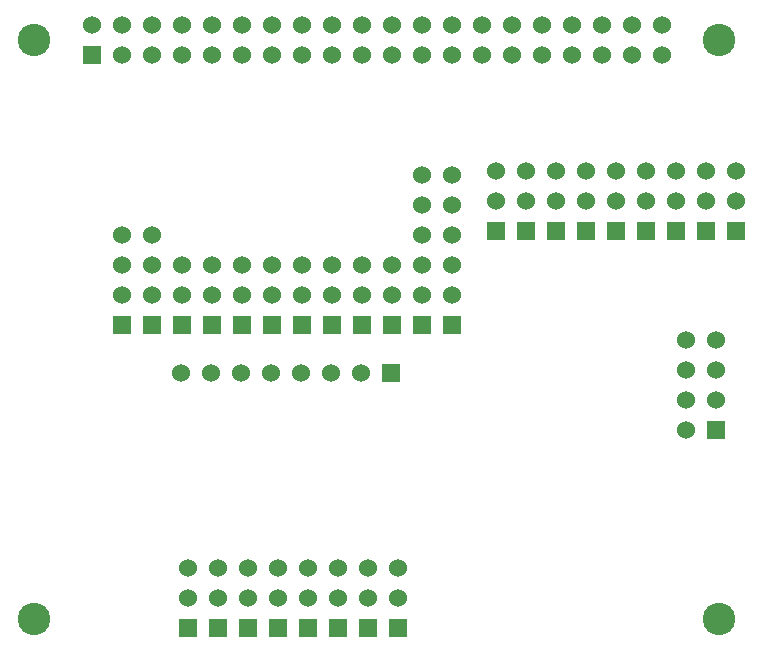
<source format=gbs>
G04 (created by PCBNEW (2013-05-31 BZR 4019)-stable) date 8/24/2014 4:13:45 PM*
%MOIN*%
G04 Gerber Fmt 3.4, Leading zero omitted, Abs format*
%FSLAX34Y34*%
G01*
G70*
G90*
G04 APERTURE LIST*
%ADD10C,0.00590551*%
%ADD11R,0.06X0.06*%
%ADD12C,0.06*%
%ADD13C,0.108268*%
G04 APERTURE END LIST*
G54D10*
G54D11*
X32854Y-28594D03*
G54D12*
X32854Y-27594D03*
X32854Y-26594D03*
X32854Y-25594D03*
G54D11*
X34854Y-28594D03*
G54D12*
X34854Y-27594D03*
X34854Y-26594D03*
G54D11*
X36854Y-28594D03*
G54D12*
X36854Y-27594D03*
X36854Y-26594D03*
G54D11*
X38854Y-28594D03*
G54D12*
X38854Y-27594D03*
X38854Y-26594D03*
G54D11*
X40854Y-28594D03*
G54D12*
X40854Y-27594D03*
X40854Y-26594D03*
G54D11*
X37854Y-28594D03*
G54D12*
X37854Y-27594D03*
X37854Y-26594D03*
G54D11*
X39854Y-28594D03*
G54D12*
X39854Y-27594D03*
X39854Y-26594D03*
G54D11*
X42854Y-28594D03*
G54D12*
X42854Y-27594D03*
X42854Y-26594D03*
X42854Y-25594D03*
X42854Y-24594D03*
X42854Y-23594D03*
G54D11*
X31854Y-28594D03*
G54D12*
X31854Y-27594D03*
X31854Y-26594D03*
X31854Y-25594D03*
G54D11*
X35854Y-28594D03*
G54D12*
X35854Y-27594D03*
X35854Y-26594D03*
G54D11*
X41854Y-28594D03*
G54D12*
X41854Y-27594D03*
X41854Y-26594D03*
X41854Y-25594D03*
X41854Y-24594D03*
X41854Y-23594D03*
G54D11*
X44309Y-25466D03*
G54D12*
X44309Y-24466D03*
X44309Y-23466D03*
G54D11*
X45309Y-25466D03*
G54D12*
X45309Y-24466D03*
X45309Y-23466D03*
G54D11*
X47309Y-25466D03*
G54D12*
X47309Y-24466D03*
X47309Y-23466D03*
G54D11*
X48309Y-25466D03*
G54D12*
X48309Y-24466D03*
X48309Y-23466D03*
G54D11*
X50309Y-25466D03*
G54D12*
X50309Y-24466D03*
X50309Y-23466D03*
G54D11*
X46309Y-25466D03*
G54D12*
X46309Y-24466D03*
X46309Y-23466D03*
G54D11*
X49309Y-25466D03*
G54D12*
X49309Y-24466D03*
X49309Y-23466D03*
G54D11*
X51309Y-25466D03*
G54D12*
X51309Y-24466D03*
X51309Y-23466D03*
G54D11*
X52309Y-25466D03*
G54D12*
X52309Y-24466D03*
X52309Y-23466D03*
G54D11*
X30854Y-19594D03*
G54D12*
X30854Y-18594D03*
X35854Y-19594D03*
X31854Y-18594D03*
X36854Y-19594D03*
X32854Y-18594D03*
X37854Y-19594D03*
X33854Y-18594D03*
X38854Y-19594D03*
X34854Y-18594D03*
X39854Y-19594D03*
X35854Y-18594D03*
X40854Y-19594D03*
X36854Y-18594D03*
X41854Y-19594D03*
X37854Y-18594D03*
X42854Y-19594D03*
X38854Y-18594D03*
X43854Y-19594D03*
X39854Y-18594D03*
X44854Y-19594D03*
X40854Y-18594D03*
X45854Y-19594D03*
X41854Y-18594D03*
X42854Y-18594D03*
X46854Y-19594D03*
X43854Y-18594D03*
X45854Y-18594D03*
X46854Y-18594D03*
X47854Y-18594D03*
X48854Y-18594D03*
X47854Y-19594D03*
X48854Y-19594D03*
X31854Y-19594D03*
X32854Y-19594D03*
X33854Y-19594D03*
X34854Y-19594D03*
X49854Y-19594D03*
X49854Y-18594D03*
X44854Y-18594D03*
G54D11*
X33854Y-28594D03*
G54D12*
X33854Y-27594D03*
X33854Y-26594D03*
X35809Y-30216D03*
X36809Y-30216D03*
G54D11*
X40809Y-30216D03*
G54D12*
X39809Y-30216D03*
X38809Y-30216D03*
X37809Y-30216D03*
X34809Y-30216D03*
X33809Y-30216D03*
G54D11*
X51659Y-32116D03*
G54D12*
X50659Y-32116D03*
X51659Y-31116D03*
X50659Y-31116D03*
X51659Y-30116D03*
X50659Y-30116D03*
X51659Y-29116D03*
X50659Y-29116D03*
G54D13*
X51771Y-38385D03*
X28937Y-38385D03*
X51771Y-19094D03*
X28937Y-19094D03*
G54D11*
X41059Y-38716D03*
G54D12*
X41059Y-37716D03*
X41059Y-36716D03*
G54D11*
X40059Y-38716D03*
G54D12*
X40059Y-37716D03*
X40059Y-36716D03*
G54D11*
X39059Y-38716D03*
G54D12*
X39059Y-37716D03*
X39059Y-36716D03*
G54D11*
X38059Y-38716D03*
G54D12*
X38059Y-37716D03*
X38059Y-36716D03*
G54D11*
X37059Y-38716D03*
G54D12*
X37059Y-37716D03*
X37059Y-36716D03*
G54D11*
X36059Y-38716D03*
G54D12*
X36059Y-37716D03*
X36059Y-36716D03*
G54D11*
X35059Y-38716D03*
G54D12*
X35059Y-37716D03*
X35059Y-36716D03*
G54D11*
X34059Y-38716D03*
G54D12*
X34059Y-37716D03*
X34059Y-36716D03*
M02*

</source>
